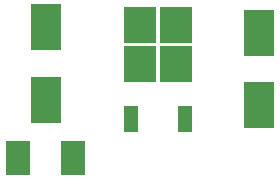
<source format=gbr>
G04 #@! TF.GenerationSoftware,KiCad,Pcbnew,(5.1.5)-3*
G04 #@! TF.CreationDate,2020-04-05T22:27:04+03:00*
G04 #@! TF.ProjectId,3.3V_Besleme,332e3356-5f42-4657-936c-656d652e6b69,rev?*
G04 #@! TF.SameCoordinates,Original*
G04 #@! TF.FileFunction,Paste,Top*
G04 #@! TF.FilePolarity,Positive*
%FSLAX46Y46*%
G04 Gerber Fmt 4.6, Leading zero omitted, Abs format (unit mm)*
G04 Created by KiCad (PCBNEW (5.1.5)-3) date 2020-04-05 22:27:04*
%MOMM*%
%LPD*%
G04 APERTURE LIST*
%ADD10R,1.200000X2.200000*%
%ADD11R,2.750000X3.050000*%
%ADD12R,2.000000X3.000000*%
%ADD13R,2.500000X4.000000*%
G04 APERTURE END LIST*
D10*
X149220000Y-88200000D03*
X153780000Y-88200000D03*
D11*
X153025000Y-80225000D03*
X149975000Y-83575000D03*
X149975000Y-80225000D03*
X153025000Y-83575000D03*
D12*
X144325000Y-91500000D03*
X139675000Y-91500000D03*
D13*
X160000000Y-80950000D03*
X160000000Y-87050000D03*
X142000000Y-86550000D03*
X142000000Y-80450000D03*
M02*

</source>
